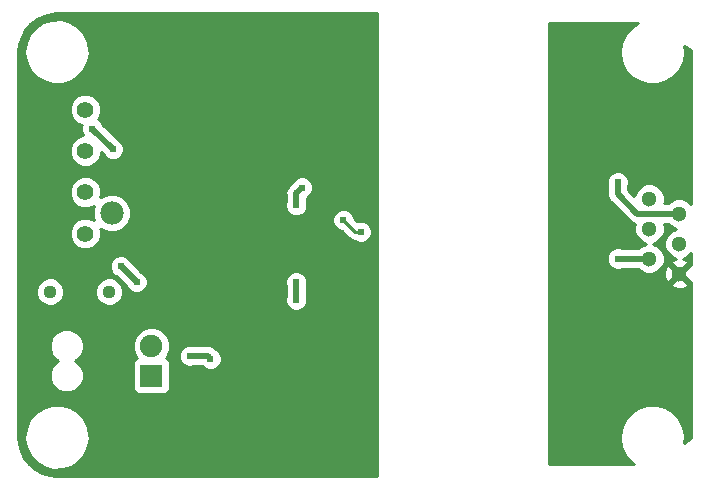
<source format=gbl>
G04 #@! TF.GenerationSoftware,KiCad,Pcbnew,5.0.2-bee76a0~70~ubuntu18.04.1*
G04 #@! TF.CreationDate,2019-04-20T18:07:34-04:00*
G04 #@! TF.ProjectId,TSAL,5453414c-2e6b-4696-9361-645f70636258,rev?*
G04 #@! TF.SameCoordinates,Original*
G04 #@! TF.FileFunction,Copper,L2,Bot*
G04 #@! TF.FilePolarity,Positive*
%FSLAX46Y46*%
G04 Gerber Fmt 4.6, Leading zero omitted, Abs format (unit mm)*
G04 Created by KiCad (PCBNEW 5.0.2-bee76a0~70~ubuntu18.04.1) date Sat 20 Apr 2019 06:07:34 PM EDT*
%MOMM*%
%LPD*%
G01*
G04 APERTURE LIST*
G04 #@! TA.AperFunction,ComponentPad*
%ADD10C,1.117600*%
G04 #@! TD*
G04 #@! TA.AperFunction,ComponentPad*
%ADD11C,1.300000*%
G04 #@! TD*
G04 #@! TA.AperFunction,ComponentPad*
%ADD12C,1.397000*%
G04 #@! TD*
G04 #@! TA.AperFunction,ComponentPad*
%ADD13C,1.981000*%
G04 #@! TD*
G04 #@! TA.AperFunction,ComponentPad*
%ADD14R,1.900000X1.900000*%
G04 #@! TD*
G04 #@! TA.AperFunction,ComponentPad*
%ADD15C,1.900000*%
G04 #@! TD*
G04 #@! TA.AperFunction,ViaPad*
%ADD16C,0.609600*%
G04 #@! TD*
G04 #@! TA.AperFunction,Conductor*
%ADD17C,0.254000*%
G04 #@! TD*
G04 #@! TA.AperFunction,Conductor*
%ADD18C,0.508000*%
G04 #@! TD*
G04 APERTURE END LIST*
D10*
G04 #@! TO.P,F1,1*
G04 #@! TO.N,Net-(F1-Pad1)*
X139192000Y-98552000D03*
G04 #@! TO.P,F1,2*
G04 #@! TO.N,/TS+*
X134192000Y-98552000D03*
G04 #@! TD*
D11*
G04 #@! TO.P,J1,5*
G04 #@! TO.N,/GLV+*
X187452000Y-91948000D03*
G04 #@! TO.P,J1,3*
X187452000Y-94488000D03*
G04 #@! TO.P,J1,1*
G04 #@! TO.N,GND*
X187452000Y-97028000D03*
G04 #@! TO.P,J1,2*
G04 #@! TO.N,/GLV+*
X184912000Y-95758000D03*
G04 #@! TO.P,J1,4*
G04 #@! TO.N,/TSAL_RED-*
X184912000Y-93218000D03*
G04 #@! TO.P,J1,6*
G04 #@! TO.N,/TSAL_GREEN-*
X184912000Y-90678000D03*
G04 #@! TD*
D12*
G04 #@! TO.P,J2,2*
G04 #@! TO.N,/AIL-*
X137160000Y-90142000D03*
G04 #@! TO.P,J2,1*
G04 #@! TO.N,/TS+*
X137160000Y-93642000D03*
D13*
G04 #@! TO.P,J2,*
G04 #@! TO.N,*
X139390000Y-91892000D03*
D12*
G04 #@! TO.P,J2,3*
G04 #@! TO.N,/TS+*
X137160000Y-86642000D03*
G04 #@! TO.P,J2,4*
G04 #@! TO.N,/AIL-*
X137160000Y-83142000D03*
G04 #@! TD*
D14*
G04 #@! TO.P,J3,1*
G04 #@! TO.N,/AIL+*
X142748000Y-105664000D03*
D15*
G04 #@! TO.P,J3,2*
G04 #@! TO.N,/AIL-*
X142748000Y-103164000D03*
G04 #@! TD*
D16*
G04 #@! TO.N,/AIL-*
X159000000Y-92500000D03*
X160500000Y-93500000D03*
X146000000Y-104000000D03*
X147750000Y-104250000D03*
X140154303Y-96404303D03*
X141500000Y-97750000D03*
X139500000Y-86500000D03*
X137750000Y-84750000D03*
G04 #@! TO.N,/5V*
X157250000Y-94500000D03*
X153500000Y-96500000D03*
X153500000Y-94500000D03*
X152500000Y-91500000D03*
X144000000Y-94500000D03*
X144000000Y-87500000D03*
X146000000Y-87500000D03*
X146000000Y-82500000D03*
X144000000Y-82500000D03*
X146000000Y-83500000D03*
X146000000Y-84500000D03*
X146000000Y-85500000D03*
X146000000Y-86500000D03*
X144000000Y-86500000D03*
X144000000Y-83500000D03*
X144000000Y-84500000D03*
X144000000Y-85500000D03*
X145000000Y-87500000D03*
X145000000Y-86500000D03*
X145000000Y-85500000D03*
X145000000Y-84500000D03*
X147000000Y-83500000D03*
X147000000Y-84500000D03*
X147000000Y-85500000D03*
X147000000Y-86500000D03*
X147000000Y-87500000D03*
X145000000Y-83500000D03*
X145000000Y-82500000D03*
X147000000Y-82500000D03*
X143000000Y-82500000D03*
X143000000Y-83500000D03*
X143000000Y-84500000D03*
X143000000Y-85500000D03*
X143000000Y-86500000D03*
X143000000Y-87500000D03*
G04 #@! TO.N,/GLV+*
X182245000Y-95758000D03*
X182245000Y-89281000D03*
G04 #@! TO.N,GND*
X182245000Y-93091000D03*
X181991000Y-87122000D03*
X183515000Y-101600000D03*
X182626000Y-84201000D03*
X182626000Y-85699600D03*
X182473600Y-82600800D03*
G04 #@! TO.N,Net-(R7-Pad1)*
X155000000Y-99250000D03*
X155000000Y-97750000D03*
X155000000Y-91250000D03*
X155500000Y-89750000D03*
G04 #@! TD*
D17*
G04 #@! TO.N,/AIL-*
X159000000Y-92500000D02*
X160000000Y-93500000D01*
X160000000Y-93500000D02*
X160500000Y-93500000D01*
D18*
X146000000Y-104000000D02*
X147500000Y-104000000D01*
X147500000Y-104000000D02*
X147750000Y-104250000D01*
X140154303Y-96404303D02*
X141500000Y-97750000D01*
X139500000Y-86500000D02*
X137750000Y-84750000D01*
G04 #@! TO.N,/GLV+*
X184912000Y-95758000D02*
X183992762Y-95758000D01*
X183992762Y-95758000D02*
X182245000Y-95758000D01*
X182245000Y-90297000D02*
X182245000Y-89281000D01*
X183896000Y-91948000D02*
X182245000Y-90297000D01*
X187452000Y-91948000D02*
X183896000Y-91948000D01*
G04 #@! TO.N,Net-(R7-Pad1)*
X155000000Y-99250000D02*
X155000000Y-97750000D01*
X155000000Y-91250000D02*
X155000000Y-90250000D01*
X155000000Y-90250000D02*
X155500000Y-89750000D01*
G04 #@! TD*
D17*
G04 #@! TO.N,GND*
G36*
X183335985Y-76198712D02*
X182833365Y-76796650D01*
X182518770Y-77511622D01*
X182417489Y-78286153D01*
X182537663Y-79057978D01*
X182869633Y-79765051D01*
X183386711Y-80350530D01*
X184047330Y-80767350D01*
X184798383Y-80982001D01*
X185579493Y-80977230D01*
X186327868Y-80753418D01*
X186983345Y-80328559D01*
X187493232Y-79736806D01*
X187816539Y-79025731D01*
X187927275Y-78252495D01*
X187926453Y-78185184D01*
X187849059Y-77725165D01*
X188425575Y-78128725D01*
X188437271Y-78280733D01*
X188437271Y-91116006D01*
X188179894Y-90858629D01*
X187707602Y-90663000D01*
X187196398Y-90663000D01*
X186724106Y-90858629D01*
X186523735Y-91059000D01*
X186145059Y-91059000D01*
X186197000Y-90933602D01*
X186197000Y-90422398D01*
X186001371Y-89950106D01*
X185639894Y-89588629D01*
X185167602Y-89393000D01*
X184656398Y-89393000D01*
X184184106Y-89588629D01*
X183822629Y-89950106D01*
X183627186Y-90421950D01*
X183134000Y-89928765D01*
X183134000Y-89590580D01*
X183184800Y-89467938D01*
X183184800Y-89094062D01*
X183041724Y-88748646D01*
X182777354Y-88484276D01*
X182431938Y-88341200D01*
X182058062Y-88341200D01*
X181712646Y-88484276D01*
X181448276Y-88748646D01*
X181305200Y-89094062D01*
X181305200Y-89467938D01*
X181356001Y-89590582D01*
X181356000Y-90209445D01*
X181338584Y-90297000D01*
X181356000Y-90384555D01*
X181407581Y-90643869D01*
X181604067Y-90937933D01*
X181678296Y-90987531D01*
X183205471Y-92514707D01*
X183255067Y-92588933D01*
X183329293Y-92638529D01*
X183549129Y-92785419D01*
X183688799Y-92813201D01*
X183627000Y-92962398D01*
X183627000Y-93473602D01*
X183822629Y-93945894D01*
X184184106Y-94307371D01*
X184620185Y-94488000D01*
X184184106Y-94668629D01*
X183983735Y-94869000D01*
X182554580Y-94869000D01*
X182431938Y-94818200D01*
X182058062Y-94818200D01*
X181712646Y-94961276D01*
X181448276Y-95225646D01*
X181305200Y-95571062D01*
X181305200Y-95944938D01*
X181448276Y-96290354D01*
X181712646Y-96554724D01*
X182058062Y-96697800D01*
X182431938Y-96697800D01*
X182554580Y-96647000D01*
X183983735Y-96647000D01*
X184184106Y-96847371D01*
X184656398Y-97043000D01*
X185167602Y-97043000D01*
X185639894Y-96847371D01*
X185640187Y-96847078D01*
X186154378Y-96847078D01*
X186183917Y-97357428D01*
X186322389Y-97691729D01*
X186552984Y-97747410D01*
X187272395Y-97028000D01*
X186552984Y-96308590D01*
X186322389Y-96364271D01*
X186154378Y-96847078D01*
X185640187Y-96847078D01*
X186001371Y-96485894D01*
X186197000Y-96013602D01*
X186197000Y-95502398D01*
X186001371Y-95030106D01*
X185639894Y-94668629D01*
X185203815Y-94488000D01*
X185639894Y-94307371D01*
X186001371Y-93945894D01*
X186197000Y-93473602D01*
X186197000Y-92962398D01*
X186145059Y-92837000D01*
X186523735Y-92837000D01*
X186724106Y-93037371D01*
X187160185Y-93218000D01*
X186724106Y-93398629D01*
X186362629Y-93760106D01*
X186167000Y-94232398D01*
X186167000Y-94743602D01*
X186362629Y-95215894D01*
X186724106Y-95577371D01*
X187159634Y-95757772D01*
X187122572Y-95759917D01*
X186788271Y-95898389D01*
X186732590Y-96128984D01*
X187452000Y-96848395D01*
X188171410Y-96128984D01*
X188115729Y-95898389D01*
X187729426Y-95763960D01*
X188179894Y-95577371D01*
X188437272Y-95319993D01*
X188437272Y-96329418D01*
X188351016Y-96308590D01*
X187631605Y-97028000D01*
X188351016Y-97747410D01*
X188437272Y-97726582D01*
X188437272Y-110855270D01*
X188425695Y-110969248D01*
X187860459Y-111359065D01*
X187927275Y-110892511D01*
X187926453Y-110825200D01*
X187796858Y-110054901D01*
X187456274Y-109351937D01*
X186932082Y-108772818D01*
X186266420Y-108364101D01*
X185512801Y-108158640D01*
X184731807Y-108172955D01*
X183986223Y-108405892D01*
X183335985Y-108838728D01*
X182833365Y-109436666D01*
X182518770Y-110151638D01*
X182417489Y-110926169D01*
X182537663Y-111697994D01*
X182869633Y-112405067D01*
X183386711Y-112990546D01*
X183650524Y-113157000D01*
X176403000Y-113157000D01*
X176403000Y-97927016D01*
X186732590Y-97927016D01*
X186788271Y-98157611D01*
X187271078Y-98325622D01*
X187781428Y-98296083D01*
X188115729Y-98157611D01*
X188171410Y-97927016D01*
X187452000Y-97207605D01*
X186732590Y-97927016D01*
X176403000Y-97927016D01*
X176403000Y-75819000D01*
X183906416Y-75819000D01*
X183335985Y-76198712D01*
X183335985Y-76198712D01*
G37*
X183335985Y-76198712D02*
X182833365Y-76796650D01*
X182518770Y-77511622D01*
X182417489Y-78286153D01*
X182537663Y-79057978D01*
X182869633Y-79765051D01*
X183386711Y-80350530D01*
X184047330Y-80767350D01*
X184798383Y-80982001D01*
X185579493Y-80977230D01*
X186327868Y-80753418D01*
X186983345Y-80328559D01*
X187493232Y-79736806D01*
X187816539Y-79025731D01*
X187927275Y-78252495D01*
X187926453Y-78185184D01*
X187849059Y-77725165D01*
X188425575Y-78128725D01*
X188437271Y-78280733D01*
X188437271Y-91116006D01*
X188179894Y-90858629D01*
X187707602Y-90663000D01*
X187196398Y-90663000D01*
X186724106Y-90858629D01*
X186523735Y-91059000D01*
X186145059Y-91059000D01*
X186197000Y-90933602D01*
X186197000Y-90422398D01*
X186001371Y-89950106D01*
X185639894Y-89588629D01*
X185167602Y-89393000D01*
X184656398Y-89393000D01*
X184184106Y-89588629D01*
X183822629Y-89950106D01*
X183627186Y-90421950D01*
X183134000Y-89928765D01*
X183134000Y-89590580D01*
X183184800Y-89467938D01*
X183184800Y-89094062D01*
X183041724Y-88748646D01*
X182777354Y-88484276D01*
X182431938Y-88341200D01*
X182058062Y-88341200D01*
X181712646Y-88484276D01*
X181448276Y-88748646D01*
X181305200Y-89094062D01*
X181305200Y-89467938D01*
X181356001Y-89590582D01*
X181356000Y-90209445D01*
X181338584Y-90297000D01*
X181356000Y-90384555D01*
X181407581Y-90643869D01*
X181604067Y-90937933D01*
X181678296Y-90987531D01*
X183205471Y-92514707D01*
X183255067Y-92588933D01*
X183329293Y-92638529D01*
X183549129Y-92785419D01*
X183688799Y-92813201D01*
X183627000Y-92962398D01*
X183627000Y-93473602D01*
X183822629Y-93945894D01*
X184184106Y-94307371D01*
X184620185Y-94488000D01*
X184184106Y-94668629D01*
X183983735Y-94869000D01*
X182554580Y-94869000D01*
X182431938Y-94818200D01*
X182058062Y-94818200D01*
X181712646Y-94961276D01*
X181448276Y-95225646D01*
X181305200Y-95571062D01*
X181305200Y-95944938D01*
X181448276Y-96290354D01*
X181712646Y-96554724D01*
X182058062Y-96697800D01*
X182431938Y-96697800D01*
X182554580Y-96647000D01*
X183983735Y-96647000D01*
X184184106Y-96847371D01*
X184656398Y-97043000D01*
X185167602Y-97043000D01*
X185639894Y-96847371D01*
X185640187Y-96847078D01*
X186154378Y-96847078D01*
X186183917Y-97357428D01*
X186322389Y-97691729D01*
X186552984Y-97747410D01*
X187272395Y-97028000D01*
X186552984Y-96308590D01*
X186322389Y-96364271D01*
X186154378Y-96847078D01*
X185640187Y-96847078D01*
X186001371Y-96485894D01*
X186197000Y-96013602D01*
X186197000Y-95502398D01*
X186001371Y-95030106D01*
X185639894Y-94668629D01*
X185203815Y-94488000D01*
X185639894Y-94307371D01*
X186001371Y-93945894D01*
X186197000Y-93473602D01*
X186197000Y-92962398D01*
X186145059Y-92837000D01*
X186523735Y-92837000D01*
X186724106Y-93037371D01*
X187160185Y-93218000D01*
X186724106Y-93398629D01*
X186362629Y-93760106D01*
X186167000Y-94232398D01*
X186167000Y-94743602D01*
X186362629Y-95215894D01*
X186724106Y-95577371D01*
X187159634Y-95757772D01*
X187122572Y-95759917D01*
X186788271Y-95898389D01*
X186732590Y-96128984D01*
X187452000Y-96848395D01*
X188171410Y-96128984D01*
X188115729Y-95898389D01*
X187729426Y-95763960D01*
X188179894Y-95577371D01*
X188437272Y-95319993D01*
X188437272Y-96329418D01*
X188351016Y-96308590D01*
X187631605Y-97028000D01*
X188351016Y-97747410D01*
X188437272Y-97726582D01*
X188437272Y-110855270D01*
X188425695Y-110969248D01*
X187860459Y-111359065D01*
X187927275Y-110892511D01*
X187926453Y-110825200D01*
X187796858Y-110054901D01*
X187456274Y-109351937D01*
X186932082Y-108772818D01*
X186266420Y-108364101D01*
X185512801Y-108158640D01*
X184731807Y-108172955D01*
X183986223Y-108405892D01*
X183335985Y-108838728D01*
X182833365Y-109436666D01*
X182518770Y-110151638D01*
X182417489Y-110926169D01*
X182537663Y-111697994D01*
X182869633Y-112405067D01*
X183386711Y-112990546D01*
X183650524Y-113157000D01*
X176403000Y-113157000D01*
X176403000Y-97927016D01*
X186732590Y-97927016D01*
X186788271Y-98157611D01*
X187271078Y-98325622D01*
X187781428Y-98296083D01*
X188115729Y-98157611D01*
X188171410Y-97927016D01*
X187452000Y-97207605D01*
X186732590Y-97927016D01*
X176403000Y-97927016D01*
X176403000Y-75819000D01*
X183906416Y-75819000D01*
X183335985Y-76198712D01*
G04 #@! TO.N,/5V*
G36*
X161873000Y-114157503D02*
X134789494Y-114157503D01*
X134096509Y-114087112D01*
X133467533Y-113890003D01*
X132891044Y-113570449D01*
X132390586Y-113141505D01*
X131986599Y-112620687D01*
X131695590Y-112029278D01*
X131527159Y-111382662D01*
X131492034Y-110926169D01*
X131997473Y-110926169D01*
X132117647Y-111697994D01*
X132449617Y-112405067D01*
X132966695Y-112990546D01*
X133627314Y-113407366D01*
X134378367Y-113622017D01*
X135159477Y-113617246D01*
X135907852Y-113393434D01*
X136563329Y-112968575D01*
X137073216Y-112376822D01*
X137396523Y-111665747D01*
X137507259Y-110892511D01*
X137506437Y-110825200D01*
X137376842Y-110054901D01*
X137036258Y-109351937D01*
X136512066Y-108772818D01*
X135846404Y-108364101D01*
X135092785Y-108158640D01*
X134311791Y-108172955D01*
X133566207Y-108405892D01*
X132915969Y-108838728D01*
X132413349Y-109436666D01*
X132098754Y-110151638D01*
X131997473Y-110926169D01*
X131492034Y-110926169D01*
X131487271Y-110864273D01*
X131487271Y-102878561D01*
X134133000Y-102878561D01*
X134133000Y-103449439D01*
X134351466Y-103976862D01*
X134755138Y-104380534D01*
X134835932Y-104414000D01*
X134755138Y-104447466D01*
X134351466Y-104851138D01*
X134133000Y-105378561D01*
X134133000Y-105949439D01*
X134351466Y-106476862D01*
X134755138Y-106880534D01*
X135282561Y-107099000D01*
X135853439Y-107099000D01*
X136380862Y-106880534D01*
X136784534Y-106476862D01*
X137003000Y-105949439D01*
X137003000Y-105378561D01*
X136784534Y-104851138D01*
X136647396Y-104714000D01*
X141150560Y-104714000D01*
X141150560Y-106614000D01*
X141199843Y-106861765D01*
X141340191Y-107071809D01*
X141550235Y-107212157D01*
X141798000Y-107261440D01*
X143698000Y-107261440D01*
X143945765Y-107212157D01*
X144155809Y-107071809D01*
X144296157Y-106861765D01*
X144345440Y-106614000D01*
X144345440Y-104714000D01*
X144296157Y-104466235D01*
X144155809Y-104256191D01*
X144000867Y-104152661D01*
X144091698Y-104061830D01*
X144194741Y-103813062D01*
X145060200Y-103813062D01*
X145060200Y-104186938D01*
X145203276Y-104532354D01*
X145467646Y-104796724D01*
X145813062Y-104939800D01*
X146186938Y-104939800D01*
X146309580Y-104889000D01*
X147059922Y-104889000D01*
X147217646Y-105046724D01*
X147563062Y-105189800D01*
X147936938Y-105189800D01*
X148282354Y-105046724D01*
X148546724Y-104782354D01*
X148689800Y-104436938D01*
X148689800Y-104063062D01*
X148546724Y-103717646D01*
X148282354Y-103453276D01*
X148173851Y-103408333D01*
X148140933Y-103359067D01*
X147846870Y-103162581D01*
X147587556Y-103111000D01*
X147587555Y-103111000D01*
X147500000Y-103093584D01*
X147412445Y-103111000D01*
X146309580Y-103111000D01*
X146186938Y-103060200D01*
X145813062Y-103060200D01*
X145467646Y-103203276D01*
X145203276Y-103467646D01*
X145060200Y-103813062D01*
X144194741Y-103813062D01*
X144333000Y-103479276D01*
X144333000Y-102848724D01*
X144091698Y-102266170D01*
X143645830Y-101820302D01*
X143063276Y-101579000D01*
X142432724Y-101579000D01*
X141850170Y-101820302D01*
X141404302Y-102266170D01*
X141163000Y-102848724D01*
X141163000Y-103479276D01*
X141404302Y-104061830D01*
X141495133Y-104152661D01*
X141340191Y-104256191D01*
X141199843Y-104466235D01*
X141150560Y-104714000D01*
X136647396Y-104714000D01*
X136380862Y-104447466D01*
X136300068Y-104414000D01*
X136380862Y-104380534D01*
X136784534Y-103976862D01*
X137003000Y-103449439D01*
X137003000Y-102878561D01*
X136784534Y-102351138D01*
X136380862Y-101947466D01*
X135853439Y-101729000D01*
X135282561Y-101729000D01*
X134755138Y-101947466D01*
X134351466Y-102351138D01*
X134133000Y-102878561D01*
X131487271Y-102878561D01*
X131487271Y-98314538D01*
X132998200Y-98314538D01*
X132998200Y-98789462D01*
X133179945Y-99228233D01*
X133515767Y-99564055D01*
X133954538Y-99745800D01*
X134429462Y-99745800D01*
X134868233Y-99564055D01*
X135204055Y-99228233D01*
X135385800Y-98789462D01*
X135385800Y-98314538D01*
X137998200Y-98314538D01*
X137998200Y-98789462D01*
X138179945Y-99228233D01*
X138515767Y-99564055D01*
X138954538Y-99745800D01*
X139429462Y-99745800D01*
X139868233Y-99564055D01*
X140204055Y-99228233D01*
X140385800Y-98789462D01*
X140385800Y-98314538D01*
X140204055Y-97875767D01*
X139868233Y-97539945D01*
X139429462Y-97358200D01*
X138954538Y-97358200D01*
X138515767Y-97539945D01*
X138179945Y-97875767D01*
X137998200Y-98314538D01*
X135385800Y-98314538D01*
X135204055Y-97875767D01*
X134868233Y-97539945D01*
X134429462Y-97358200D01*
X133954538Y-97358200D01*
X133515767Y-97539945D01*
X133179945Y-97875767D01*
X132998200Y-98314538D01*
X131487271Y-98314538D01*
X131487271Y-96217365D01*
X139214503Y-96217365D01*
X139214503Y-96591241D01*
X139357579Y-96936657D01*
X139621949Y-97201027D01*
X139744592Y-97251828D01*
X140652476Y-98159712D01*
X140703276Y-98282354D01*
X140967646Y-98546724D01*
X141313062Y-98689800D01*
X141686938Y-98689800D01*
X142032354Y-98546724D01*
X142296724Y-98282354D01*
X142439800Y-97936938D01*
X142439800Y-97563062D01*
X154060200Y-97563062D01*
X154060200Y-97936938D01*
X154111001Y-98059582D01*
X154111000Y-98940419D01*
X154060200Y-99063062D01*
X154060200Y-99436938D01*
X154203276Y-99782354D01*
X154467646Y-100046724D01*
X154813062Y-100189800D01*
X155186938Y-100189800D01*
X155532354Y-100046724D01*
X155796724Y-99782354D01*
X155939800Y-99436938D01*
X155939800Y-99063062D01*
X155889000Y-98940420D01*
X155889000Y-98059580D01*
X155939800Y-97936938D01*
X155939800Y-97563062D01*
X155796724Y-97217646D01*
X155532354Y-96953276D01*
X155186938Y-96810200D01*
X154813062Y-96810200D01*
X154467646Y-96953276D01*
X154203276Y-97217646D01*
X154060200Y-97563062D01*
X142439800Y-97563062D01*
X142296724Y-97217646D01*
X142032354Y-96953276D01*
X141909712Y-96902476D01*
X141001828Y-95994592D01*
X140951027Y-95871949D01*
X140686657Y-95607579D01*
X140341241Y-95464503D01*
X139967365Y-95464503D01*
X139621949Y-95607579D01*
X139357579Y-95871949D01*
X139214503Y-96217365D01*
X131487271Y-96217365D01*
X131487271Y-89876750D01*
X135826500Y-89876750D01*
X135826500Y-90407250D01*
X136029513Y-90897367D01*
X136404633Y-91272487D01*
X136894750Y-91475500D01*
X137425250Y-91475500D01*
X137881345Y-91286579D01*
X137764500Y-91568668D01*
X137764500Y-92215332D01*
X137881345Y-92497421D01*
X137425250Y-92308500D01*
X136894750Y-92308500D01*
X136404633Y-92511513D01*
X136029513Y-92886633D01*
X135826500Y-93376750D01*
X135826500Y-93907250D01*
X136029513Y-94397367D01*
X136404633Y-94772487D01*
X136894750Y-94975500D01*
X137425250Y-94975500D01*
X137915367Y-94772487D01*
X138290487Y-94397367D01*
X138493500Y-93907250D01*
X138493500Y-93376750D01*
X138435202Y-93236006D01*
X138469228Y-93270032D01*
X139066668Y-93517500D01*
X139713332Y-93517500D01*
X140310772Y-93270032D01*
X140768032Y-92812772D01*
X140975018Y-92313062D01*
X158060200Y-92313062D01*
X158060200Y-92686938D01*
X158203276Y-93032354D01*
X158467646Y-93296724D01*
X158813062Y-93439800D01*
X158862170Y-93439800D01*
X159408118Y-93985749D01*
X159450629Y-94049371D01*
X159702683Y-94217788D01*
X159924952Y-94262000D01*
X159924953Y-94262000D01*
X159934901Y-94263979D01*
X159967646Y-94296724D01*
X160313062Y-94439800D01*
X160686938Y-94439800D01*
X161032354Y-94296724D01*
X161296724Y-94032354D01*
X161439800Y-93686938D01*
X161439800Y-93313062D01*
X161296724Y-92967646D01*
X161032354Y-92703276D01*
X160686938Y-92560200D01*
X160313062Y-92560200D01*
X160189155Y-92611524D01*
X159939800Y-92362170D01*
X159939800Y-92313062D01*
X159796724Y-91967646D01*
X159532354Y-91703276D01*
X159186938Y-91560200D01*
X158813062Y-91560200D01*
X158467646Y-91703276D01*
X158203276Y-91967646D01*
X158060200Y-92313062D01*
X140975018Y-92313062D01*
X141015500Y-92215332D01*
X141015500Y-91568668D01*
X140806071Y-91063062D01*
X154060200Y-91063062D01*
X154060200Y-91436938D01*
X154203276Y-91782354D01*
X154467646Y-92046724D01*
X154813062Y-92189800D01*
X155186938Y-92189800D01*
X155532354Y-92046724D01*
X155796724Y-91782354D01*
X155939800Y-91436938D01*
X155939800Y-91063062D01*
X155889000Y-90940420D01*
X155889000Y-90618235D01*
X155909710Y-90597525D01*
X156032354Y-90546724D01*
X156296724Y-90282354D01*
X156439800Y-89936938D01*
X156439800Y-89563062D01*
X156296724Y-89217646D01*
X156032354Y-88953276D01*
X155686938Y-88810200D01*
X155313062Y-88810200D01*
X154967646Y-88953276D01*
X154703276Y-89217646D01*
X154652475Y-89340290D01*
X154433294Y-89559471D01*
X154359068Y-89609067D01*
X154309472Y-89683293D01*
X154309471Y-89683294D01*
X154162582Y-89903130D01*
X154093584Y-90250000D01*
X154111001Y-90337559D01*
X154111000Y-90940419D01*
X154060200Y-91063062D01*
X140806071Y-91063062D01*
X140768032Y-90971228D01*
X140310772Y-90513968D01*
X139713332Y-90266500D01*
X139066668Y-90266500D01*
X138469228Y-90513968D01*
X138435202Y-90547994D01*
X138493500Y-90407250D01*
X138493500Y-89876750D01*
X138290487Y-89386633D01*
X137915367Y-89011513D01*
X137425250Y-88808500D01*
X136894750Y-88808500D01*
X136404633Y-89011513D01*
X136029513Y-89386633D01*
X135826500Y-89876750D01*
X131487271Y-89876750D01*
X131487271Y-82876750D01*
X135826500Y-82876750D01*
X135826500Y-83407250D01*
X136029513Y-83897367D01*
X136404633Y-84272487D01*
X136853540Y-84458430D01*
X136810200Y-84563062D01*
X136810200Y-84936938D01*
X136953276Y-85282354D01*
X136979422Y-85308500D01*
X136894750Y-85308500D01*
X136404633Y-85511513D01*
X136029513Y-85886633D01*
X135826500Y-86376750D01*
X135826500Y-86907250D01*
X136029513Y-87397367D01*
X136404633Y-87772487D01*
X136894750Y-87975500D01*
X137425250Y-87975500D01*
X137915367Y-87772487D01*
X138290487Y-87397367D01*
X138493500Y-86907250D01*
X138493500Y-86750736D01*
X138652476Y-86909712D01*
X138703276Y-87032354D01*
X138967646Y-87296724D01*
X139313062Y-87439800D01*
X139686938Y-87439800D01*
X140032354Y-87296724D01*
X140296724Y-87032354D01*
X140439800Y-86686938D01*
X140439800Y-86313062D01*
X140296724Y-85967646D01*
X140032354Y-85703276D01*
X139909712Y-85652476D01*
X138597525Y-84340289D01*
X138546724Y-84217646D01*
X138282354Y-83953276D01*
X138248571Y-83939283D01*
X138290487Y-83897367D01*
X138493500Y-83407250D01*
X138493500Y-82876750D01*
X138290487Y-82386633D01*
X137915367Y-82011513D01*
X137425250Y-81808500D01*
X136894750Y-81808500D01*
X136404633Y-82011513D01*
X136029513Y-82386633D01*
X135826500Y-82876750D01*
X131487271Y-82876750D01*
X131487271Y-78289726D01*
X131487633Y-78286153D01*
X131997473Y-78286153D01*
X132117647Y-79057978D01*
X132449617Y-79765051D01*
X132966695Y-80350530D01*
X133627314Y-80767350D01*
X134378367Y-80982001D01*
X135159477Y-80977230D01*
X135907852Y-80753418D01*
X136563329Y-80328559D01*
X137073216Y-79736806D01*
X137396523Y-79025731D01*
X137507259Y-78252495D01*
X137506437Y-78185184D01*
X137376842Y-77414885D01*
X137036258Y-76711921D01*
X136512066Y-76132802D01*
X135846404Y-75724085D01*
X135092785Y-75518624D01*
X134311791Y-75532939D01*
X133566207Y-75765876D01*
X132915969Y-76198712D01*
X132413349Y-76796650D01*
X132098754Y-77511622D01*
X131997473Y-78286153D01*
X131487633Y-78286153D01*
X131557662Y-77596741D01*
X131754770Y-76967769D01*
X132074324Y-76391278D01*
X132503267Y-75890820D01*
X133024087Y-75486831D01*
X133615495Y-75195822D01*
X134262112Y-75027391D01*
X134780501Y-74987503D01*
X161873000Y-74987503D01*
X161873000Y-114157503D01*
X161873000Y-114157503D01*
G37*
X161873000Y-114157503D02*
X134789494Y-114157503D01*
X134096509Y-114087112D01*
X133467533Y-113890003D01*
X132891044Y-113570449D01*
X132390586Y-113141505D01*
X131986599Y-112620687D01*
X131695590Y-112029278D01*
X131527159Y-111382662D01*
X131492034Y-110926169D01*
X131997473Y-110926169D01*
X132117647Y-111697994D01*
X132449617Y-112405067D01*
X132966695Y-112990546D01*
X133627314Y-113407366D01*
X134378367Y-113622017D01*
X135159477Y-113617246D01*
X135907852Y-113393434D01*
X136563329Y-112968575D01*
X137073216Y-112376822D01*
X137396523Y-111665747D01*
X137507259Y-110892511D01*
X137506437Y-110825200D01*
X137376842Y-110054901D01*
X137036258Y-109351937D01*
X136512066Y-108772818D01*
X135846404Y-108364101D01*
X135092785Y-108158640D01*
X134311791Y-108172955D01*
X133566207Y-108405892D01*
X132915969Y-108838728D01*
X132413349Y-109436666D01*
X132098754Y-110151638D01*
X131997473Y-110926169D01*
X131492034Y-110926169D01*
X131487271Y-110864273D01*
X131487271Y-102878561D01*
X134133000Y-102878561D01*
X134133000Y-103449439D01*
X134351466Y-103976862D01*
X134755138Y-104380534D01*
X134835932Y-104414000D01*
X134755138Y-104447466D01*
X134351466Y-104851138D01*
X134133000Y-105378561D01*
X134133000Y-105949439D01*
X134351466Y-106476862D01*
X134755138Y-106880534D01*
X135282561Y-107099000D01*
X135853439Y-107099000D01*
X136380862Y-106880534D01*
X136784534Y-106476862D01*
X137003000Y-105949439D01*
X137003000Y-105378561D01*
X136784534Y-104851138D01*
X136647396Y-104714000D01*
X141150560Y-104714000D01*
X141150560Y-106614000D01*
X141199843Y-106861765D01*
X141340191Y-107071809D01*
X141550235Y-107212157D01*
X141798000Y-107261440D01*
X143698000Y-107261440D01*
X143945765Y-107212157D01*
X144155809Y-107071809D01*
X144296157Y-106861765D01*
X144345440Y-106614000D01*
X144345440Y-104714000D01*
X144296157Y-104466235D01*
X144155809Y-104256191D01*
X144000867Y-104152661D01*
X144091698Y-104061830D01*
X144194741Y-103813062D01*
X145060200Y-103813062D01*
X145060200Y-104186938D01*
X145203276Y-104532354D01*
X145467646Y-104796724D01*
X145813062Y-104939800D01*
X146186938Y-104939800D01*
X146309580Y-104889000D01*
X147059922Y-104889000D01*
X147217646Y-105046724D01*
X147563062Y-105189800D01*
X147936938Y-105189800D01*
X148282354Y-105046724D01*
X148546724Y-104782354D01*
X148689800Y-104436938D01*
X148689800Y-104063062D01*
X148546724Y-103717646D01*
X148282354Y-103453276D01*
X148173851Y-103408333D01*
X148140933Y-103359067D01*
X147846870Y-103162581D01*
X147587556Y-103111000D01*
X147587555Y-103111000D01*
X147500000Y-103093584D01*
X147412445Y-103111000D01*
X146309580Y-103111000D01*
X146186938Y-103060200D01*
X145813062Y-103060200D01*
X145467646Y-103203276D01*
X145203276Y-103467646D01*
X145060200Y-103813062D01*
X144194741Y-103813062D01*
X144333000Y-103479276D01*
X144333000Y-102848724D01*
X144091698Y-102266170D01*
X143645830Y-101820302D01*
X143063276Y-101579000D01*
X142432724Y-101579000D01*
X141850170Y-101820302D01*
X141404302Y-102266170D01*
X141163000Y-102848724D01*
X141163000Y-103479276D01*
X141404302Y-104061830D01*
X141495133Y-104152661D01*
X141340191Y-104256191D01*
X141199843Y-104466235D01*
X141150560Y-104714000D01*
X136647396Y-104714000D01*
X136380862Y-104447466D01*
X136300068Y-104414000D01*
X136380862Y-104380534D01*
X136784534Y-103976862D01*
X137003000Y-103449439D01*
X137003000Y-102878561D01*
X136784534Y-102351138D01*
X136380862Y-101947466D01*
X135853439Y-101729000D01*
X135282561Y-101729000D01*
X134755138Y-101947466D01*
X134351466Y-102351138D01*
X134133000Y-102878561D01*
X131487271Y-102878561D01*
X131487271Y-98314538D01*
X132998200Y-98314538D01*
X132998200Y-98789462D01*
X133179945Y-99228233D01*
X133515767Y-99564055D01*
X133954538Y-99745800D01*
X134429462Y-99745800D01*
X134868233Y-99564055D01*
X135204055Y-99228233D01*
X135385800Y-98789462D01*
X135385800Y-98314538D01*
X137998200Y-98314538D01*
X137998200Y-98789462D01*
X138179945Y-99228233D01*
X138515767Y-99564055D01*
X138954538Y-99745800D01*
X139429462Y-99745800D01*
X139868233Y-99564055D01*
X140204055Y-99228233D01*
X140385800Y-98789462D01*
X140385800Y-98314538D01*
X140204055Y-97875767D01*
X139868233Y-97539945D01*
X139429462Y-97358200D01*
X138954538Y-97358200D01*
X138515767Y-97539945D01*
X138179945Y-97875767D01*
X137998200Y-98314538D01*
X135385800Y-98314538D01*
X135204055Y-97875767D01*
X134868233Y-97539945D01*
X134429462Y-97358200D01*
X133954538Y-97358200D01*
X133515767Y-97539945D01*
X133179945Y-97875767D01*
X132998200Y-98314538D01*
X131487271Y-98314538D01*
X131487271Y-96217365D01*
X139214503Y-96217365D01*
X139214503Y-96591241D01*
X139357579Y-96936657D01*
X139621949Y-97201027D01*
X139744592Y-97251828D01*
X140652476Y-98159712D01*
X140703276Y-98282354D01*
X140967646Y-98546724D01*
X141313062Y-98689800D01*
X141686938Y-98689800D01*
X142032354Y-98546724D01*
X142296724Y-98282354D01*
X142439800Y-97936938D01*
X142439800Y-97563062D01*
X154060200Y-97563062D01*
X154060200Y-97936938D01*
X154111001Y-98059582D01*
X154111000Y-98940419D01*
X154060200Y-99063062D01*
X154060200Y-99436938D01*
X154203276Y-99782354D01*
X154467646Y-100046724D01*
X154813062Y-100189800D01*
X155186938Y-100189800D01*
X155532354Y-100046724D01*
X155796724Y-99782354D01*
X155939800Y-99436938D01*
X155939800Y-99063062D01*
X155889000Y-98940420D01*
X155889000Y-98059580D01*
X155939800Y-97936938D01*
X155939800Y-97563062D01*
X155796724Y-97217646D01*
X155532354Y-96953276D01*
X155186938Y-96810200D01*
X154813062Y-96810200D01*
X154467646Y-96953276D01*
X154203276Y-97217646D01*
X154060200Y-97563062D01*
X142439800Y-97563062D01*
X142296724Y-97217646D01*
X142032354Y-96953276D01*
X141909712Y-96902476D01*
X141001828Y-95994592D01*
X140951027Y-95871949D01*
X140686657Y-95607579D01*
X140341241Y-95464503D01*
X139967365Y-95464503D01*
X139621949Y-95607579D01*
X139357579Y-95871949D01*
X139214503Y-96217365D01*
X131487271Y-96217365D01*
X131487271Y-89876750D01*
X135826500Y-89876750D01*
X135826500Y-90407250D01*
X136029513Y-90897367D01*
X136404633Y-91272487D01*
X136894750Y-91475500D01*
X137425250Y-91475500D01*
X137881345Y-91286579D01*
X137764500Y-91568668D01*
X137764500Y-92215332D01*
X137881345Y-92497421D01*
X137425250Y-92308500D01*
X136894750Y-92308500D01*
X136404633Y-92511513D01*
X136029513Y-92886633D01*
X135826500Y-93376750D01*
X135826500Y-93907250D01*
X136029513Y-94397367D01*
X136404633Y-94772487D01*
X136894750Y-94975500D01*
X137425250Y-94975500D01*
X137915367Y-94772487D01*
X138290487Y-94397367D01*
X138493500Y-93907250D01*
X138493500Y-93376750D01*
X138435202Y-93236006D01*
X138469228Y-93270032D01*
X139066668Y-93517500D01*
X139713332Y-93517500D01*
X140310772Y-93270032D01*
X140768032Y-92812772D01*
X140975018Y-92313062D01*
X158060200Y-92313062D01*
X158060200Y-92686938D01*
X158203276Y-93032354D01*
X158467646Y-93296724D01*
X158813062Y-93439800D01*
X158862170Y-93439800D01*
X159408118Y-93985749D01*
X159450629Y-94049371D01*
X159702683Y-94217788D01*
X159924952Y-94262000D01*
X159924953Y-94262000D01*
X159934901Y-94263979D01*
X159967646Y-94296724D01*
X160313062Y-94439800D01*
X160686938Y-94439800D01*
X161032354Y-94296724D01*
X161296724Y-94032354D01*
X161439800Y-93686938D01*
X161439800Y-93313062D01*
X161296724Y-92967646D01*
X161032354Y-92703276D01*
X160686938Y-92560200D01*
X160313062Y-92560200D01*
X160189155Y-92611524D01*
X159939800Y-92362170D01*
X159939800Y-92313062D01*
X159796724Y-91967646D01*
X159532354Y-91703276D01*
X159186938Y-91560200D01*
X158813062Y-91560200D01*
X158467646Y-91703276D01*
X158203276Y-91967646D01*
X158060200Y-92313062D01*
X140975018Y-92313062D01*
X141015500Y-92215332D01*
X141015500Y-91568668D01*
X140806071Y-91063062D01*
X154060200Y-91063062D01*
X154060200Y-91436938D01*
X154203276Y-91782354D01*
X154467646Y-92046724D01*
X154813062Y-92189800D01*
X155186938Y-92189800D01*
X155532354Y-92046724D01*
X155796724Y-91782354D01*
X155939800Y-91436938D01*
X155939800Y-91063062D01*
X155889000Y-90940420D01*
X155889000Y-90618235D01*
X155909710Y-90597525D01*
X156032354Y-90546724D01*
X156296724Y-90282354D01*
X156439800Y-89936938D01*
X156439800Y-89563062D01*
X156296724Y-89217646D01*
X156032354Y-88953276D01*
X155686938Y-88810200D01*
X155313062Y-88810200D01*
X154967646Y-88953276D01*
X154703276Y-89217646D01*
X154652475Y-89340290D01*
X154433294Y-89559471D01*
X154359068Y-89609067D01*
X154309472Y-89683293D01*
X154309471Y-89683294D01*
X154162582Y-89903130D01*
X154093584Y-90250000D01*
X154111001Y-90337559D01*
X154111000Y-90940419D01*
X154060200Y-91063062D01*
X140806071Y-91063062D01*
X140768032Y-90971228D01*
X140310772Y-90513968D01*
X139713332Y-90266500D01*
X139066668Y-90266500D01*
X138469228Y-90513968D01*
X138435202Y-90547994D01*
X138493500Y-90407250D01*
X138493500Y-89876750D01*
X138290487Y-89386633D01*
X137915367Y-89011513D01*
X137425250Y-88808500D01*
X136894750Y-88808500D01*
X136404633Y-89011513D01*
X136029513Y-89386633D01*
X135826500Y-89876750D01*
X131487271Y-89876750D01*
X131487271Y-82876750D01*
X135826500Y-82876750D01*
X135826500Y-83407250D01*
X136029513Y-83897367D01*
X136404633Y-84272487D01*
X136853540Y-84458430D01*
X136810200Y-84563062D01*
X136810200Y-84936938D01*
X136953276Y-85282354D01*
X136979422Y-85308500D01*
X136894750Y-85308500D01*
X136404633Y-85511513D01*
X136029513Y-85886633D01*
X135826500Y-86376750D01*
X135826500Y-86907250D01*
X136029513Y-87397367D01*
X136404633Y-87772487D01*
X136894750Y-87975500D01*
X137425250Y-87975500D01*
X137915367Y-87772487D01*
X138290487Y-87397367D01*
X138493500Y-86907250D01*
X138493500Y-86750736D01*
X138652476Y-86909712D01*
X138703276Y-87032354D01*
X138967646Y-87296724D01*
X139313062Y-87439800D01*
X139686938Y-87439800D01*
X140032354Y-87296724D01*
X140296724Y-87032354D01*
X140439800Y-86686938D01*
X140439800Y-86313062D01*
X140296724Y-85967646D01*
X140032354Y-85703276D01*
X139909712Y-85652476D01*
X138597525Y-84340289D01*
X138546724Y-84217646D01*
X138282354Y-83953276D01*
X138248571Y-83939283D01*
X138290487Y-83897367D01*
X138493500Y-83407250D01*
X138493500Y-82876750D01*
X138290487Y-82386633D01*
X137915367Y-82011513D01*
X137425250Y-81808500D01*
X136894750Y-81808500D01*
X136404633Y-82011513D01*
X136029513Y-82386633D01*
X135826500Y-82876750D01*
X131487271Y-82876750D01*
X131487271Y-78289726D01*
X131487633Y-78286153D01*
X131997473Y-78286153D01*
X132117647Y-79057978D01*
X132449617Y-79765051D01*
X132966695Y-80350530D01*
X133627314Y-80767350D01*
X134378367Y-80982001D01*
X135159477Y-80977230D01*
X135907852Y-80753418D01*
X136563329Y-80328559D01*
X137073216Y-79736806D01*
X137396523Y-79025731D01*
X137507259Y-78252495D01*
X137506437Y-78185184D01*
X137376842Y-77414885D01*
X137036258Y-76711921D01*
X136512066Y-76132802D01*
X135846404Y-75724085D01*
X135092785Y-75518624D01*
X134311791Y-75532939D01*
X133566207Y-75765876D01*
X132915969Y-76198712D01*
X132413349Y-76796650D01*
X132098754Y-77511622D01*
X131997473Y-78286153D01*
X131487633Y-78286153D01*
X131557662Y-77596741D01*
X131754770Y-76967769D01*
X132074324Y-76391278D01*
X132503267Y-75890820D01*
X133024087Y-75486831D01*
X133615495Y-75195822D01*
X134262112Y-75027391D01*
X134780501Y-74987503D01*
X161873000Y-74987503D01*
X161873000Y-114157503D01*
G04 #@! TD*
M02*

</source>
